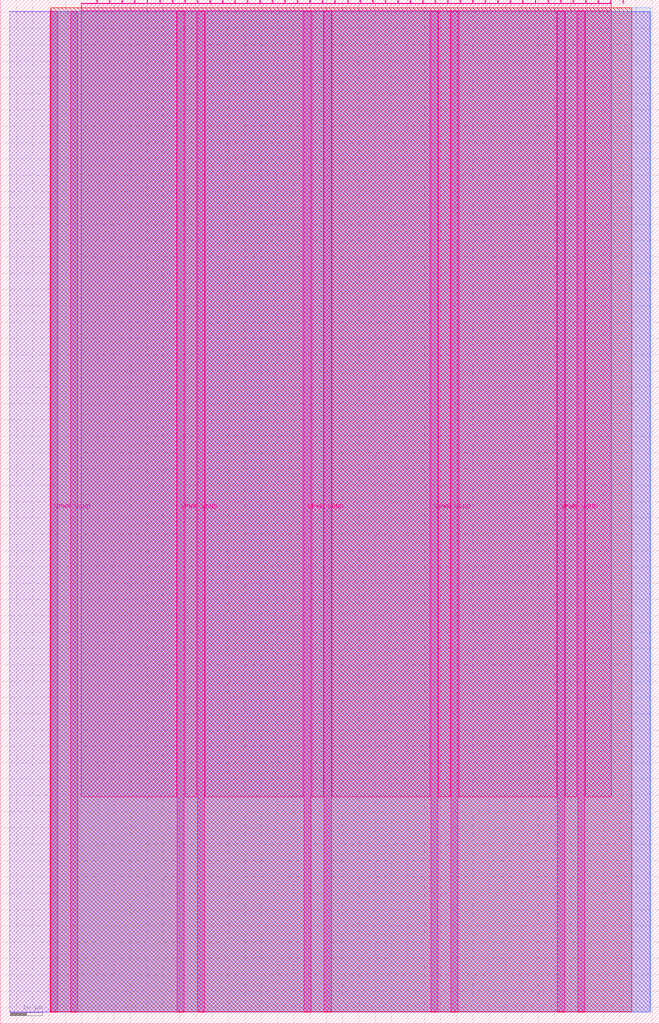
<source format=lef>
VERSION 5.7 ;
  NOWIREEXTENSIONATPIN ON ;
  DIVIDERCHAR "/" ;
  BUSBITCHARS "[]" ;
MACRO tt_um_tinytapeout_logo_screensaver
  CLASS BLOCK ;
  FOREIGN tt_um_tinytapeout_logo_screensaver ;
  ORIGIN 0.000 0.000 ;
  SIZE 202.080 BY 313.740 ;
  PIN VGND
    DIRECTION INOUT ;
    USE GROUND ;
    PORT
      LAYER Metal5 ;
        RECT 21.580 3.560 23.780 310.180 ;
    END
    PORT
      LAYER Metal5 ;
        RECT 60.450 3.560 62.650 310.180 ;
    END
    PORT
      LAYER Metal5 ;
        RECT 99.320 3.560 101.520 310.180 ;
    END
    PORT
      LAYER Metal5 ;
        RECT 138.190 3.560 140.390 310.180 ;
    END
    PORT
      LAYER Metal5 ;
        RECT 177.060 3.560 179.260 310.180 ;
    END
  END VGND
  PIN VPWR
    DIRECTION INOUT ;
    USE POWER ;
    PORT
      LAYER Metal5 ;
        RECT 15.380 3.560 17.580 310.180 ;
    END
    PORT
      LAYER Metal5 ;
        RECT 54.250 3.560 56.450 310.180 ;
    END
    PORT
      LAYER Metal5 ;
        RECT 93.120 3.560 95.320 310.180 ;
    END
    PORT
      LAYER Metal5 ;
        RECT 131.990 3.560 134.190 310.180 ;
    END
    PORT
      LAYER Metal5 ;
        RECT 170.860 3.560 173.060 310.180 ;
    END
  END VPWR
  PIN clk
    DIRECTION INPUT ;
    USE SIGNAL ;
    ANTENNAGATEAREA 0.213200 ;
    PORT
      LAYER Metal5 ;
        RECT 187.050 312.740 187.350 313.740 ;
    END
  END clk
  PIN ena
    DIRECTION INPUT ;
    USE SIGNAL ;
    PORT
      LAYER Metal5 ;
        RECT 190.890 312.740 191.190 313.740 ;
    END
  END ena
  PIN rst_n
    DIRECTION INPUT ;
    USE SIGNAL ;
    ANTENNAGATEAREA 0.426400 ;
    PORT
      LAYER Metal5 ;
        RECT 183.210 312.740 183.510 313.740 ;
    END
  END rst_n
  PIN ui_in[0]
    DIRECTION INPUT ;
    USE SIGNAL ;
    ANTENNAGATEAREA 0.213200 ;
    PORT
      LAYER Metal5 ;
        RECT 179.370 312.740 179.670 313.740 ;
    END
  END ui_in[0]
  PIN ui_in[1]
    DIRECTION INPUT ;
    USE SIGNAL ;
    ANTENNAGATEAREA 0.213200 ;
    PORT
      LAYER Metal5 ;
        RECT 175.530 312.740 175.830 313.740 ;
    END
  END ui_in[1]
  PIN ui_in[2]
    DIRECTION INPUT ;
    USE SIGNAL ;
    PORT
      LAYER Metal5 ;
        RECT 171.690 312.740 171.990 313.740 ;
    END
  END ui_in[2]
  PIN ui_in[3]
    DIRECTION INPUT ;
    USE SIGNAL ;
    PORT
      LAYER Metal5 ;
        RECT 167.850 312.740 168.150 313.740 ;
    END
  END ui_in[3]
  PIN ui_in[4]
    DIRECTION INPUT ;
    USE SIGNAL ;
    ANTENNAGATEAREA 0.180700 ;
    PORT
      LAYER Metal5 ;
        RECT 164.010 312.740 164.310 313.740 ;
    END
  END ui_in[4]
  PIN ui_in[5]
    DIRECTION INPUT ;
    USE SIGNAL ;
    ANTENNAGATEAREA 0.180700 ;
    PORT
      LAYER Metal5 ;
        RECT 160.170 312.740 160.470 313.740 ;
    END
  END ui_in[5]
  PIN ui_in[6]
    DIRECTION INPUT ;
    USE SIGNAL ;
    ANTENNAGATEAREA 0.180700 ;
    PORT
      LAYER Metal5 ;
        RECT 156.330 312.740 156.630 313.740 ;
    END
  END ui_in[6]
  PIN ui_in[7]
    DIRECTION INPUT ;
    USE SIGNAL ;
    PORT
      LAYER Metal5 ;
        RECT 152.490 312.740 152.790 313.740 ;
    END
  END ui_in[7]
  PIN uio_in[0]
    DIRECTION INPUT ;
    USE SIGNAL ;
    PORT
      LAYER Metal5 ;
        RECT 148.650 312.740 148.950 313.740 ;
    END
  END uio_in[0]
  PIN uio_in[1]
    DIRECTION INPUT ;
    USE SIGNAL ;
    PORT
      LAYER Metal5 ;
        RECT 144.810 312.740 145.110 313.740 ;
    END
  END uio_in[1]
  PIN uio_in[2]
    DIRECTION INPUT ;
    USE SIGNAL ;
    PORT
      LAYER Metal5 ;
        RECT 140.970 312.740 141.270 313.740 ;
    END
  END uio_in[2]
  PIN uio_in[3]
    DIRECTION INPUT ;
    USE SIGNAL ;
    PORT
      LAYER Metal5 ;
        RECT 137.130 312.740 137.430 313.740 ;
    END
  END uio_in[3]
  PIN uio_in[4]
    DIRECTION INPUT ;
    USE SIGNAL ;
    PORT
      LAYER Metal5 ;
        RECT 133.290 312.740 133.590 313.740 ;
    END
  END uio_in[4]
  PIN uio_in[5]
    DIRECTION INPUT ;
    USE SIGNAL ;
    PORT
      LAYER Metal5 ;
        RECT 129.450 312.740 129.750 313.740 ;
    END
  END uio_in[5]
  PIN uio_in[6]
    DIRECTION INPUT ;
    USE SIGNAL ;
    PORT
      LAYER Metal5 ;
        RECT 125.610 312.740 125.910 313.740 ;
    END
  END uio_in[6]
  PIN uio_in[7]
    DIRECTION INPUT ;
    USE SIGNAL ;
    PORT
      LAYER Metal5 ;
        RECT 121.770 312.740 122.070 313.740 ;
    END
  END uio_in[7]
  PIN uio_oe[0]
    DIRECTION OUTPUT ;
    USE SIGNAL ;
    ANTENNADIFFAREA 0.299200 ;
    PORT
      LAYER Metal5 ;
        RECT 56.490 312.740 56.790 313.740 ;
    END
  END uio_oe[0]
  PIN uio_oe[1]
    DIRECTION OUTPUT ;
    USE SIGNAL ;
    ANTENNADIFFAREA 0.299200 ;
    PORT
      LAYER Metal5 ;
        RECT 52.650 312.740 52.950 313.740 ;
    END
  END uio_oe[1]
  PIN uio_oe[2]
    DIRECTION OUTPUT ;
    USE SIGNAL ;
    ANTENNADIFFAREA 0.299200 ;
    PORT
      LAYER Metal5 ;
        RECT 48.810 312.740 49.110 313.740 ;
    END
  END uio_oe[2]
  PIN uio_oe[3]
    DIRECTION OUTPUT ;
    USE SIGNAL ;
    ANTENNADIFFAREA 0.299200 ;
    PORT
      LAYER Metal5 ;
        RECT 44.970 312.740 45.270 313.740 ;
    END
  END uio_oe[3]
  PIN uio_oe[4]
    DIRECTION OUTPUT ;
    USE SIGNAL ;
    ANTENNADIFFAREA 0.299200 ;
    PORT
      LAYER Metal5 ;
        RECT 41.130 312.740 41.430 313.740 ;
    END
  END uio_oe[4]
  PIN uio_oe[5]
    DIRECTION OUTPUT ;
    USE SIGNAL ;
    ANTENNADIFFAREA 0.299200 ;
    PORT
      LAYER Metal5 ;
        RECT 37.290 312.740 37.590 313.740 ;
    END
  END uio_oe[5]
  PIN uio_oe[6]
    DIRECTION OUTPUT ;
    USE SIGNAL ;
    ANTENNADIFFAREA 0.299200 ;
    PORT
      LAYER Metal5 ;
        RECT 33.450 312.740 33.750 313.740 ;
    END
  END uio_oe[6]
  PIN uio_oe[7]
    DIRECTION OUTPUT ;
    USE SIGNAL ;
    ANTENNADIFFAREA 0.299200 ;
    PORT
      LAYER Metal5 ;
        RECT 29.610 312.740 29.910 313.740 ;
    END
  END uio_oe[7]
  PIN uio_out[0]
    DIRECTION OUTPUT ;
    USE SIGNAL ;
    ANTENNADIFFAREA 0.299200 ;
    PORT
      LAYER Metal5 ;
        RECT 87.210 312.740 87.510 313.740 ;
    END
  END uio_out[0]
  PIN uio_out[1]
    DIRECTION OUTPUT ;
    USE SIGNAL ;
    ANTENNADIFFAREA 0.299200 ;
    PORT
      LAYER Metal5 ;
        RECT 83.370 312.740 83.670 313.740 ;
    END
  END uio_out[1]
  PIN uio_out[2]
    DIRECTION OUTPUT ;
    USE SIGNAL ;
    ANTENNADIFFAREA 0.299200 ;
    PORT
      LAYER Metal5 ;
        RECT 79.530 312.740 79.830 313.740 ;
    END
  END uio_out[2]
  PIN uio_out[3]
    DIRECTION OUTPUT ;
    USE SIGNAL ;
    ANTENNADIFFAREA 0.299200 ;
    PORT
      LAYER Metal5 ;
        RECT 75.690 312.740 75.990 313.740 ;
    END
  END uio_out[3]
  PIN uio_out[4]
    DIRECTION OUTPUT ;
    USE SIGNAL ;
    ANTENNADIFFAREA 0.299200 ;
    PORT
      LAYER Metal5 ;
        RECT 71.850 312.740 72.150 313.740 ;
    END
  END uio_out[4]
  PIN uio_out[5]
    DIRECTION OUTPUT ;
    USE SIGNAL ;
    ANTENNADIFFAREA 0.299200 ;
    PORT
      LAYER Metal5 ;
        RECT 68.010 312.740 68.310 313.740 ;
    END
  END uio_out[5]
  PIN uio_out[6]
    DIRECTION OUTPUT ;
    USE SIGNAL ;
    ANTENNADIFFAREA 0.299200 ;
    PORT
      LAYER Metal5 ;
        RECT 64.170 312.740 64.470 313.740 ;
    END
  END uio_out[6]
  PIN uio_out[7]
    DIRECTION OUTPUT ;
    USE SIGNAL ;
    ANTENNADIFFAREA 0.299200 ;
    PORT
      LAYER Metal5 ;
        RECT 60.330 312.740 60.630 313.740 ;
    END
  END uio_out[7]
  PIN uo_out[0]
    DIRECTION OUTPUT ;
    USE SIGNAL ;
    ANTENNADIFFAREA 0.632400 ;
    PORT
      LAYER Metal5 ;
        RECT 117.930 312.740 118.230 313.740 ;
    END
  END uo_out[0]
  PIN uo_out[1]
    DIRECTION OUTPUT ;
    USE SIGNAL ;
    ANTENNADIFFAREA 0.632400 ;
    PORT
      LAYER Metal5 ;
        RECT 114.090 312.740 114.390 313.740 ;
    END
  END uo_out[1]
  PIN uo_out[2]
    DIRECTION OUTPUT ;
    USE SIGNAL ;
    ANTENNADIFFAREA 0.632400 ;
    PORT
      LAYER Metal5 ;
        RECT 110.250 312.740 110.550 313.740 ;
    END
  END uo_out[2]
  PIN uo_out[3]
    DIRECTION OUTPUT ;
    USE SIGNAL ;
    ANTENNADIFFAREA 0.706800 ;
    PORT
      LAYER Metal5 ;
        RECT 106.410 312.740 106.710 313.740 ;
    END
  END uo_out[3]
  PIN uo_out[4]
    DIRECTION OUTPUT ;
    USE SIGNAL ;
    ANTENNADIFFAREA 0.632400 ;
    PORT
      LAYER Metal5 ;
        RECT 102.570 312.740 102.870 313.740 ;
    END
  END uo_out[4]
  PIN uo_out[5]
    DIRECTION OUTPUT ;
    USE SIGNAL ;
    ANTENNADIFFAREA 0.632400 ;
    PORT
      LAYER Metal5 ;
        RECT 98.730 312.740 99.030 313.740 ;
    END
  END uo_out[5]
  PIN uo_out[6]
    DIRECTION OUTPUT ;
    USE SIGNAL ;
    ANTENNADIFFAREA 0.632400 ;
    PORT
      LAYER Metal5 ;
        RECT 94.890 312.740 95.190 313.740 ;
    END
  END uo_out[6]
  PIN uo_out[7]
    DIRECTION OUTPUT ;
    USE SIGNAL ;
    ANTENNADIFFAREA 0.706800 ;
    PORT
      LAYER Metal5 ;
        RECT 91.050 312.740 91.350 313.740 ;
    END
  END uo_out[7]
  OBS
      LAYER GatPoly ;
        RECT 2.880 3.630 199.200 310.110 ;
      LAYER Metal1 ;
        RECT 2.880 3.560 199.200 310.180 ;
      LAYER Metal2 ;
        RECT 15.515 3.680 199.475 310.060 ;
      LAYER Metal3 ;
        RECT 15.560 3.635 199.300 311.365 ;
      LAYER Metal4 ;
        RECT 15.515 3.680 193.585 311.320 ;
      LAYER Metal5 ;
        RECT 24.860 312.530 29.400 312.740 ;
        RECT 30.120 312.530 33.240 312.740 ;
        RECT 33.960 312.530 37.080 312.740 ;
        RECT 37.800 312.530 40.920 312.740 ;
        RECT 41.640 312.530 44.760 312.740 ;
        RECT 45.480 312.530 48.600 312.740 ;
        RECT 49.320 312.530 52.440 312.740 ;
        RECT 53.160 312.530 56.280 312.740 ;
        RECT 57.000 312.530 60.120 312.740 ;
        RECT 60.840 312.530 63.960 312.740 ;
        RECT 64.680 312.530 67.800 312.740 ;
        RECT 68.520 312.530 71.640 312.740 ;
        RECT 72.360 312.530 75.480 312.740 ;
        RECT 76.200 312.530 79.320 312.740 ;
        RECT 80.040 312.530 83.160 312.740 ;
        RECT 83.880 312.530 87.000 312.740 ;
        RECT 87.720 312.530 90.840 312.740 ;
        RECT 91.560 312.530 94.680 312.740 ;
        RECT 95.400 312.530 98.520 312.740 ;
        RECT 99.240 312.530 102.360 312.740 ;
        RECT 103.080 312.530 106.200 312.740 ;
        RECT 106.920 312.530 110.040 312.740 ;
        RECT 110.760 312.530 113.880 312.740 ;
        RECT 114.600 312.530 117.720 312.740 ;
        RECT 118.440 312.530 121.560 312.740 ;
        RECT 122.280 312.530 125.400 312.740 ;
        RECT 126.120 312.530 129.240 312.740 ;
        RECT 129.960 312.530 133.080 312.740 ;
        RECT 133.800 312.530 136.920 312.740 ;
        RECT 137.640 312.530 140.760 312.740 ;
        RECT 141.480 312.530 144.600 312.740 ;
        RECT 145.320 312.530 148.440 312.740 ;
        RECT 149.160 312.530 152.280 312.740 ;
        RECT 153.000 312.530 156.120 312.740 ;
        RECT 156.840 312.530 159.960 312.740 ;
        RECT 160.680 312.530 163.800 312.740 ;
        RECT 164.520 312.530 167.640 312.740 ;
        RECT 168.360 312.530 171.480 312.740 ;
        RECT 172.200 312.530 175.320 312.740 ;
        RECT 176.040 312.530 179.160 312.740 ;
        RECT 179.880 312.530 183.000 312.740 ;
        RECT 183.720 312.530 186.840 312.740 ;
        RECT 24.860 310.390 187.300 312.530 ;
        RECT 24.860 69.575 54.040 310.390 ;
        RECT 56.660 69.575 60.240 310.390 ;
        RECT 62.860 69.575 92.910 310.390 ;
        RECT 95.530 69.575 99.110 310.390 ;
        RECT 101.730 69.575 131.780 310.390 ;
        RECT 134.400 69.575 137.980 310.390 ;
        RECT 140.600 69.575 170.650 310.390 ;
        RECT 173.270 69.575 176.850 310.390 ;
        RECT 179.470 69.575 187.300 310.390 ;
  END
END tt_um_tinytapeout_logo_screensaver
END LIBRARY


</source>
